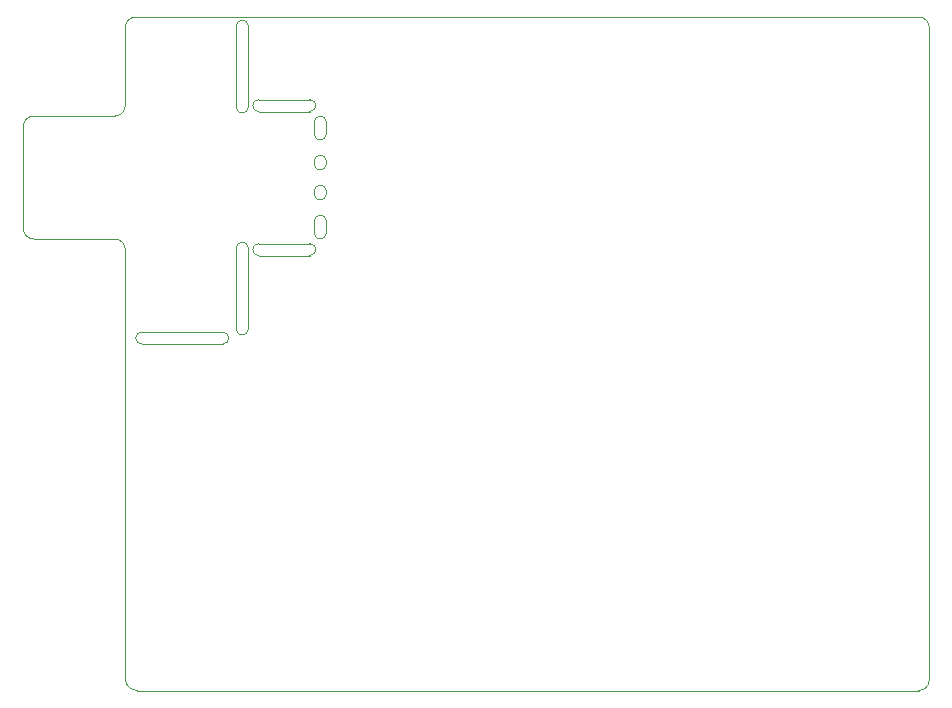
<source format=gm1>
G04 #@! TF.GenerationSoftware,KiCad,Pcbnew,6.0.10-86aedd382b~118~ubuntu22.04.1*
G04 #@! TF.CreationDate,2023-01-24T12:47:23+01:00*
G04 #@! TF.ProjectId,shield,73686965-6c64-42e6-9b69-6361645f7063,rev?*
G04 #@! TF.SameCoordinates,Original*
G04 #@! TF.FileFunction,Profile,NP*
%FSLAX46Y46*%
G04 Gerber Fmt 4.6, Leading zero omitted, Abs format (unit mm)*
G04 Created by KiCad (PCBNEW 6.0.10-86aedd382b~118~ubuntu22.04.1) date 2023-01-24 12:47:23*
%MOMM*%
%LPD*%
G01*
G04 APERTURE LIST*
G04 #@! TA.AperFunction,Profile*
%ADD10C,0.100000*%
G04 #@! TD*
G04 APERTURE END LIST*
D10*
X121920000Y-79375000D02*
G75*
G03*
X122809000Y-78486000I0J889000D01*
G01*
X122809000Y-90678000D02*
G75*
G03*
X121920000Y-89789000I-889000J0D01*
G01*
X138430000Y-78994000D02*
X134112000Y-78994000D01*
X190881000Y-71882000D02*
X190881000Y-127127000D01*
X138811000Y-89281000D02*
G75*
G03*
X139827000Y-89281000I508000J0D01*
G01*
X132207000Y-97409000D02*
G75*
G03*
X133223000Y-97409000I508000J0D01*
G01*
X138430000Y-91186000D02*
G75*
G03*
X138430000Y-90170000I0J508000D01*
G01*
X134112000Y-77978000D02*
X138430000Y-77978000D01*
X139827000Y-79883000D02*
G75*
G03*
X138811000Y-79883000I-508000J0D01*
G01*
X122809000Y-98298000D02*
X122809000Y-90678000D01*
X132207000Y-78613000D02*
X132207000Y-71755000D01*
X138811000Y-85979000D02*
G75*
G03*
X139827000Y-85979000I508000J0D01*
G01*
X139827000Y-83185000D02*
X139827000Y-83439000D01*
X134112000Y-90170000D02*
G75*
G03*
X134112000Y-91186000I0J-508000D01*
G01*
X134112000Y-90170000D02*
X138430000Y-90170000D01*
X123698000Y-70993000D02*
X189992000Y-70993000D01*
X138811000Y-89281000D02*
X138811000Y-88265000D01*
X114173000Y-88900000D02*
G75*
G03*
X115062000Y-89789000I889000J0D01*
G01*
X138811000Y-80899000D02*
X138811000Y-79883000D01*
X132207000Y-78613000D02*
G75*
G03*
X133223000Y-78613000I508000J0D01*
G01*
X139827000Y-79883000D02*
X139827000Y-80899000D01*
X138430000Y-78994000D02*
G75*
G03*
X138430000Y-77978000I0J508000D01*
G01*
X115062000Y-79375000D02*
G75*
G03*
X114173000Y-80264000I0J-889000D01*
G01*
X114173000Y-88900000D02*
X114173000Y-80264000D01*
X138430000Y-91186000D02*
X134112000Y-91186000D01*
X133223000Y-71755000D02*
G75*
G03*
X132207000Y-71755000I-508000J0D01*
G01*
X138811000Y-83439000D02*
X138811000Y-83185000D01*
X139827000Y-88265000D02*
X139827000Y-89281000D01*
X132207000Y-97409000D02*
X132207000Y-90551000D01*
X124206000Y-97663000D02*
G75*
G03*
X124206000Y-98679000I0J-508000D01*
G01*
X138811000Y-85979000D02*
X138811000Y-85725000D01*
X139827000Y-85725000D02*
G75*
G03*
X138811000Y-85725000I-508000J0D01*
G01*
X138811000Y-83439000D02*
G75*
G03*
X139827000Y-83439000I508000J0D01*
G01*
X133223000Y-90551000D02*
X133223000Y-97409000D01*
X138811000Y-80899000D02*
G75*
G03*
X139827000Y-80899000I508000J0D01*
G01*
X134112000Y-77978000D02*
G75*
G03*
X134112000Y-78994000I0J-508000D01*
G01*
X121920000Y-89789000D02*
X115062000Y-89789000D01*
X189992000Y-128016000D02*
G75*
G03*
X190881000Y-127127000I0J889000D01*
G01*
X131064000Y-98679000D02*
G75*
G03*
X131064000Y-97663000I0J508000D01*
G01*
X139827000Y-83185000D02*
G75*
G03*
X138811000Y-83185000I-508000J0D01*
G01*
X122809000Y-127000000D02*
X122809000Y-98298000D01*
X115062000Y-79375000D02*
X121920000Y-79375000D01*
X122809000Y-127000000D02*
G75*
G03*
X123825000Y-128016000I1016000J0D01*
G01*
X123698000Y-70993000D02*
G75*
G03*
X122809000Y-71882000I0J-889000D01*
G01*
X124206000Y-97663000D02*
X131064000Y-97663000D01*
X133223000Y-71755000D02*
X133223000Y-78613000D01*
X139827000Y-88265000D02*
G75*
G03*
X138811000Y-88265000I-508000J0D01*
G01*
X131064000Y-98679000D02*
X124206000Y-98679000D01*
X122809000Y-78486000D02*
X122809000Y-71882000D01*
X189992000Y-128016000D02*
X123825000Y-128016000D01*
X133223000Y-90551000D02*
G75*
G03*
X132207000Y-90551000I-508000J0D01*
G01*
X139827000Y-85725000D02*
X139827000Y-85979000D01*
X190881000Y-71882000D02*
G75*
G03*
X189992000Y-70993000I-889000J0D01*
G01*
M02*

</source>
